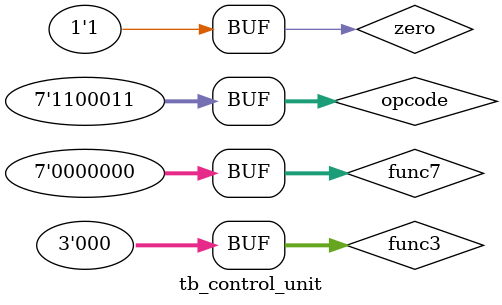
<source format=v>
module tb_control_unit();
	reg zero;
	reg [6:0] opcode;
	reg [2:0] func3;
	reg [6:0] func7;
	wire pc_src;
	wire  result_src;
	wire  mem_write;
	wire  alu_src;
	wire  [1:0] imm_src;
	wire  reg_write;
	wire  [2:0]alu_control;
	wire branch;
	wire [1:0]alu_op;

	control_unit cu(
		zero,
		opcode,
		func3,
		func7,
		pc_src,
		result_src,
		mem_write,
		alu_src,
		imm_src,
		reg_write,
		alu_control,
		branch,
		alu_op
	);
	

	initial begin
		    {zero, opcode, func3, func7} = 18'b000000110000000000;	 //lw
 		#10 {zero, opcode, func3, func7} = 18'b001000110000000000;  //sw
   		#10 {zero, opcode, func3, func7} = 18'b001100110000000000;  //R-type (add)
  		#10 {zero, opcode, func3, func7} = 18'b001100110000010000;  //R-type (add)
   		#10 {zero, opcode, func3, func7} = 18'b001100110000010000;  //R-type (sub)
   		#10 {zero, opcode, func3, func7} = 18'b001100110100000000;  //R-type (slt)
   		#10 {zero, opcode, func3, func7} = 18'b001100111100000000;  //R-type (or)
   		#10 {zero, opcode, func3, func7} = 18'b001100111110000000;  //R-type (and)
		#10 {zero, opcode, func3, func7} = 18'b111000110000000000;  //beq
	end
		


endmodule

</source>
